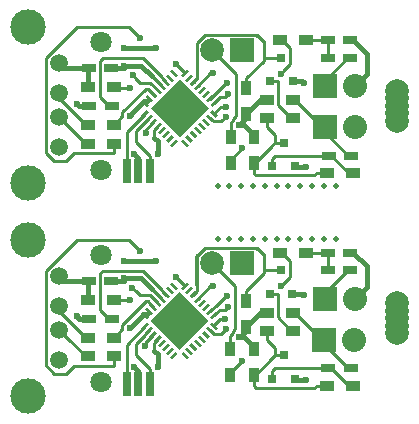
<source format=gtl>
G04 #@! TF.FileFunction,Copper,L1,Top,Signal*
%FSLAX46Y46*%
G04 Gerber Fmt 4.6, Leading zero omitted, Abs format (unit mm)*
G04 Created by KiCad (PCBNEW 0.201604121231+6687~43~ubuntu15.10.1-product) date Mi 13 Apr 2016 13:49:14 CEST*
%MOMM*%
G01*
G04 APERTURE LIST*
%ADD10C,0.100000*%
%ADD11C,2.000000*%
%ADD12C,1.800000*%
%ADD13C,1.500000*%
%ADD14C,3.000000*%
%ADD15R,0.698500X1.998980*%
%ADD16R,1.200000X0.900000*%
%ADD17R,0.900000X1.200000*%
%ADD18R,0.800100X0.800100*%
%ADD19R,2.032000X2.032000*%
%ADD20O,2.032000X2.032000*%
%ADD21R,2.000000X2.000000*%
%ADD22R,1.200000X0.750000*%
%ADD23C,0.500000*%
%ADD24C,0.600000*%
%ADD25C,0.249800*%
%ADD26C,0.450000*%
%ADD27C,0.250000*%
G04 APERTURE END LIST*
D10*
D11*
X163392800Y-109108800D03*
X163392800Y-111648800D03*
X163392800Y-109743800D03*
X163392800Y-111013800D03*
X163392800Y-110378800D03*
D12*
X138292800Y-105008800D03*
X138292800Y-115808800D03*
D13*
X134792800Y-113920800D03*
X134792800Y-111380800D03*
X134792800Y-109348800D03*
X134792800Y-106808800D03*
D14*
X132125800Y-116968800D03*
X132125800Y-103760800D03*
D15*
X140494380Y-115908840D03*
X141492600Y-115908840D03*
X142493360Y-115908840D03*
D16*
X154592800Y-109908800D03*
X152392800Y-109908800D03*
X157492800Y-116108800D03*
X159692800Y-116108800D03*
D17*
X151292800Y-115208800D03*
X151292800Y-113008800D03*
D16*
X154592800Y-111408800D03*
X152392800Y-111408800D03*
D17*
X150592800Y-108908800D03*
X150592800Y-111108800D03*
D16*
X155692800Y-104808800D03*
X153492800Y-104808800D03*
X139392800Y-108808800D03*
X137192800Y-108808800D03*
X139392800Y-112008800D03*
X137192800Y-112008800D03*
X139392800Y-113608800D03*
X137192800Y-113608800D03*
D17*
X149292800Y-113008800D03*
X149292800Y-115208800D03*
D18*
X152842800Y-115509560D03*
X154742800Y-115509560D03*
X153792800Y-113510580D03*
X152642800Y-108309560D03*
X154542800Y-108309560D03*
X153592800Y-106310580D03*
D19*
X157252800Y-112208800D03*
D20*
X159792800Y-112208800D03*
D19*
X157292800Y-108708800D03*
D20*
X159832800Y-108708800D03*
D10*
G36*
X141899208Y-111384495D02*
X141722431Y-111207718D01*
X142217406Y-110712743D01*
X142394183Y-110889520D01*
X141899208Y-111384495D01*
X141899208Y-111384495D01*
G37*
G36*
X142252761Y-111738049D02*
X142075984Y-111561272D01*
X142570959Y-111066297D01*
X142747736Y-111243074D01*
X142252761Y-111738049D01*
X142252761Y-111738049D01*
G37*
G36*
X142606315Y-112091602D02*
X142429538Y-111914825D01*
X142924513Y-111419850D01*
X143101290Y-111596627D01*
X142606315Y-112091602D01*
X142606315Y-112091602D01*
G37*
G36*
X142959868Y-112445156D02*
X142783091Y-112268379D01*
X143278066Y-111773404D01*
X143454843Y-111950181D01*
X142959868Y-112445156D01*
X142959868Y-112445156D01*
G37*
G36*
X143313421Y-112798709D02*
X143136644Y-112621932D01*
X143631619Y-112126957D01*
X143808396Y-112303734D01*
X143313421Y-112798709D01*
X143313421Y-112798709D01*
G37*
G36*
X143666975Y-113152262D02*
X143490198Y-112975485D01*
X143985173Y-112480510D01*
X144161950Y-112657287D01*
X143666975Y-113152262D01*
X143666975Y-113152262D01*
G37*
G36*
X144020528Y-113505816D02*
X143843751Y-113329039D01*
X144338726Y-112834064D01*
X144515503Y-113010841D01*
X144020528Y-113505816D01*
X144020528Y-113505816D01*
G37*
G36*
X144374082Y-113859369D02*
X144197305Y-113682592D01*
X144692280Y-113187617D01*
X144869057Y-113364394D01*
X144374082Y-113859369D01*
X144374082Y-113859369D01*
G37*
G36*
X145788295Y-113682592D02*
X145611518Y-113859369D01*
X145116543Y-113364394D01*
X145293320Y-113187617D01*
X145788295Y-113682592D01*
X145788295Y-113682592D01*
G37*
G36*
X146141849Y-113329039D02*
X145965072Y-113505816D01*
X145470097Y-113010841D01*
X145646874Y-112834064D01*
X146141849Y-113329039D01*
X146141849Y-113329039D01*
G37*
G36*
X146495402Y-112975485D02*
X146318625Y-113152262D01*
X145823650Y-112657287D01*
X146000427Y-112480510D01*
X146495402Y-112975485D01*
X146495402Y-112975485D01*
G37*
G36*
X146848956Y-112621932D02*
X146672179Y-112798709D01*
X146177204Y-112303734D01*
X146353981Y-112126957D01*
X146848956Y-112621932D01*
X146848956Y-112621932D01*
G37*
G36*
X147202509Y-112268379D02*
X147025732Y-112445156D01*
X146530757Y-111950181D01*
X146707534Y-111773404D01*
X147202509Y-112268379D01*
X147202509Y-112268379D01*
G37*
G36*
X147556062Y-111914825D02*
X147379285Y-112091602D01*
X146884310Y-111596627D01*
X147061087Y-111419850D01*
X147556062Y-111914825D01*
X147556062Y-111914825D01*
G37*
G36*
X147909616Y-111561272D02*
X147732839Y-111738049D01*
X147237864Y-111243074D01*
X147414641Y-111066297D01*
X147909616Y-111561272D01*
X147909616Y-111561272D01*
G37*
G36*
X148263169Y-111207718D02*
X148086392Y-111384495D01*
X147591417Y-110889520D01*
X147768194Y-110712743D01*
X148263169Y-111207718D01*
X148263169Y-111207718D01*
G37*
G36*
X147768194Y-110465257D02*
X147591417Y-110288480D01*
X148086392Y-109793505D01*
X148263169Y-109970282D01*
X147768194Y-110465257D01*
X147768194Y-110465257D01*
G37*
G36*
X147414641Y-110111703D02*
X147237864Y-109934926D01*
X147732839Y-109439951D01*
X147909616Y-109616728D01*
X147414641Y-110111703D01*
X147414641Y-110111703D01*
G37*
G36*
X147061087Y-109758150D02*
X146884310Y-109581373D01*
X147379285Y-109086398D01*
X147556062Y-109263175D01*
X147061087Y-109758150D01*
X147061087Y-109758150D01*
G37*
G36*
X146707534Y-109404596D02*
X146530757Y-109227819D01*
X147025732Y-108732844D01*
X147202509Y-108909621D01*
X146707534Y-109404596D01*
X146707534Y-109404596D01*
G37*
G36*
X146353981Y-109051043D02*
X146177204Y-108874266D01*
X146672179Y-108379291D01*
X146848956Y-108556068D01*
X146353981Y-109051043D01*
X146353981Y-109051043D01*
G37*
G36*
X146000427Y-108697490D02*
X145823650Y-108520713D01*
X146318625Y-108025738D01*
X146495402Y-108202515D01*
X146000427Y-108697490D01*
X146000427Y-108697490D01*
G37*
G36*
X145646874Y-108343936D02*
X145470097Y-108167159D01*
X145965072Y-107672184D01*
X146141849Y-107848961D01*
X145646874Y-108343936D01*
X145646874Y-108343936D01*
G37*
G36*
X145293320Y-107990383D02*
X145116543Y-107813606D01*
X145611518Y-107318631D01*
X145788295Y-107495408D01*
X145293320Y-107990383D01*
X145293320Y-107990383D01*
G37*
G36*
X144869057Y-107813606D02*
X144692280Y-107990383D01*
X144197305Y-107495408D01*
X144374082Y-107318631D01*
X144869057Y-107813606D01*
X144869057Y-107813606D01*
G37*
G36*
X144515503Y-108167159D02*
X144338726Y-108343936D01*
X143843751Y-107848961D01*
X144020528Y-107672184D01*
X144515503Y-108167159D01*
X144515503Y-108167159D01*
G37*
G36*
X144161950Y-108520713D02*
X143985173Y-108697490D01*
X143490198Y-108202515D01*
X143666975Y-108025738D01*
X144161950Y-108520713D01*
X144161950Y-108520713D01*
G37*
G36*
X143808396Y-108874266D02*
X143631619Y-109051043D01*
X143136644Y-108556068D01*
X143313421Y-108379291D01*
X143808396Y-108874266D01*
X143808396Y-108874266D01*
G37*
G36*
X143454843Y-109227819D02*
X143278066Y-109404596D01*
X142783091Y-108909621D01*
X142959868Y-108732844D01*
X143454843Y-109227819D01*
X143454843Y-109227819D01*
G37*
G36*
X143101290Y-109581373D02*
X142924513Y-109758150D01*
X142429538Y-109263175D01*
X142606315Y-109086398D01*
X143101290Y-109581373D01*
X143101290Y-109581373D01*
G37*
G36*
X142747736Y-109934926D02*
X142570959Y-110111703D01*
X142075984Y-109616728D01*
X142252761Y-109439951D01*
X142747736Y-109934926D01*
X142747736Y-109934926D01*
G37*
G36*
X142394183Y-110288480D02*
X142217406Y-110465257D01*
X141722431Y-109970282D01*
X141899208Y-109793505D01*
X142394183Y-110288480D01*
X142394183Y-110288480D01*
G37*
G36*
X146212559Y-111808759D02*
X144992800Y-110589000D01*
X146212559Y-109369241D01*
X147432318Y-110589000D01*
X146212559Y-111808759D01*
X146212559Y-111808759D01*
G37*
G36*
X144992800Y-110589000D02*
X143773041Y-109369241D01*
X144992800Y-108149482D01*
X146212559Y-109369241D01*
X144992800Y-110589000D01*
X144992800Y-110589000D01*
G37*
G36*
X144992800Y-113028518D02*
X143773041Y-111808759D01*
X144992800Y-110589000D01*
X146212559Y-111808759D01*
X144992800Y-113028518D01*
X144992800Y-113028518D01*
G37*
G36*
X143773041Y-111808759D02*
X142553282Y-110589000D01*
X143773041Y-109369241D01*
X144992800Y-110589000D01*
X143773041Y-111808759D01*
X143773041Y-111808759D01*
G37*
D21*
X150292800Y-105708800D03*
D11*
X147752800Y-105708800D03*
D22*
X157592800Y-114608800D03*
X159492800Y-114608800D03*
X159442800Y-106308800D03*
X157542800Y-106308800D03*
X159442800Y-104808800D03*
X157542800Y-104808800D03*
X137342800Y-110408800D03*
X139242800Y-110408800D03*
X137292800Y-107208800D03*
X139192800Y-107208800D03*
X137300000Y-89200000D03*
X139200000Y-89200000D03*
X137350000Y-92400000D03*
X139250000Y-92400000D03*
X159450000Y-86800000D03*
X157550000Y-86800000D03*
X159450000Y-88300000D03*
X157550000Y-88300000D03*
X157600000Y-96600000D03*
X159500000Y-96600000D03*
D21*
X150300000Y-87700000D03*
D11*
X147760000Y-87700000D03*
D10*
G36*
X141906408Y-93375695D02*
X141729631Y-93198918D01*
X142224606Y-92703943D01*
X142401383Y-92880720D01*
X141906408Y-93375695D01*
X141906408Y-93375695D01*
G37*
G36*
X142259961Y-93729249D02*
X142083184Y-93552472D01*
X142578159Y-93057497D01*
X142754936Y-93234274D01*
X142259961Y-93729249D01*
X142259961Y-93729249D01*
G37*
G36*
X142613515Y-94082802D02*
X142436738Y-93906025D01*
X142931713Y-93411050D01*
X143108490Y-93587827D01*
X142613515Y-94082802D01*
X142613515Y-94082802D01*
G37*
G36*
X142967068Y-94436356D02*
X142790291Y-94259579D01*
X143285266Y-93764604D01*
X143462043Y-93941381D01*
X142967068Y-94436356D01*
X142967068Y-94436356D01*
G37*
G36*
X143320621Y-94789909D02*
X143143844Y-94613132D01*
X143638819Y-94118157D01*
X143815596Y-94294934D01*
X143320621Y-94789909D01*
X143320621Y-94789909D01*
G37*
G36*
X143674175Y-95143462D02*
X143497398Y-94966685D01*
X143992373Y-94471710D01*
X144169150Y-94648487D01*
X143674175Y-95143462D01*
X143674175Y-95143462D01*
G37*
G36*
X144027728Y-95497016D02*
X143850951Y-95320239D01*
X144345926Y-94825264D01*
X144522703Y-95002041D01*
X144027728Y-95497016D01*
X144027728Y-95497016D01*
G37*
G36*
X144381282Y-95850569D02*
X144204505Y-95673792D01*
X144699480Y-95178817D01*
X144876257Y-95355594D01*
X144381282Y-95850569D01*
X144381282Y-95850569D01*
G37*
G36*
X145795495Y-95673792D02*
X145618718Y-95850569D01*
X145123743Y-95355594D01*
X145300520Y-95178817D01*
X145795495Y-95673792D01*
X145795495Y-95673792D01*
G37*
G36*
X146149049Y-95320239D02*
X145972272Y-95497016D01*
X145477297Y-95002041D01*
X145654074Y-94825264D01*
X146149049Y-95320239D01*
X146149049Y-95320239D01*
G37*
G36*
X146502602Y-94966685D02*
X146325825Y-95143462D01*
X145830850Y-94648487D01*
X146007627Y-94471710D01*
X146502602Y-94966685D01*
X146502602Y-94966685D01*
G37*
G36*
X146856156Y-94613132D02*
X146679379Y-94789909D01*
X146184404Y-94294934D01*
X146361181Y-94118157D01*
X146856156Y-94613132D01*
X146856156Y-94613132D01*
G37*
G36*
X147209709Y-94259579D02*
X147032932Y-94436356D01*
X146537957Y-93941381D01*
X146714734Y-93764604D01*
X147209709Y-94259579D01*
X147209709Y-94259579D01*
G37*
G36*
X147563262Y-93906025D02*
X147386485Y-94082802D01*
X146891510Y-93587827D01*
X147068287Y-93411050D01*
X147563262Y-93906025D01*
X147563262Y-93906025D01*
G37*
G36*
X147916816Y-93552472D02*
X147740039Y-93729249D01*
X147245064Y-93234274D01*
X147421841Y-93057497D01*
X147916816Y-93552472D01*
X147916816Y-93552472D01*
G37*
G36*
X148270369Y-93198918D02*
X148093592Y-93375695D01*
X147598617Y-92880720D01*
X147775394Y-92703943D01*
X148270369Y-93198918D01*
X148270369Y-93198918D01*
G37*
G36*
X147775394Y-92456457D02*
X147598617Y-92279680D01*
X148093592Y-91784705D01*
X148270369Y-91961482D01*
X147775394Y-92456457D01*
X147775394Y-92456457D01*
G37*
G36*
X147421841Y-92102903D02*
X147245064Y-91926126D01*
X147740039Y-91431151D01*
X147916816Y-91607928D01*
X147421841Y-92102903D01*
X147421841Y-92102903D01*
G37*
G36*
X147068287Y-91749350D02*
X146891510Y-91572573D01*
X147386485Y-91077598D01*
X147563262Y-91254375D01*
X147068287Y-91749350D01*
X147068287Y-91749350D01*
G37*
G36*
X146714734Y-91395796D02*
X146537957Y-91219019D01*
X147032932Y-90724044D01*
X147209709Y-90900821D01*
X146714734Y-91395796D01*
X146714734Y-91395796D01*
G37*
G36*
X146361181Y-91042243D02*
X146184404Y-90865466D01*
X146679379Y-90370491D01*
X146856156Y-90547268D01*
X146361181Y-91042243D01*
X146361181Y-91042243D01*
G37*
G36*
X146007627Y-90688690D02*
X145830850Y-90511913D01*
X146325825Y-90016938D01*
X146502602Y-90193715D01*
X146007627Y-90688690D01*
X146007627Y-90688690D01*
G37*
G36*
X145654074Y-90335136D02*
X145477297Y-90158359D01*
X145972272Y-89663384D01*
X146149049Y-89840161D01*
X145654074Y-90335136D01*
X145654074Y-90335136D01*
G37*
G36*
X145300520Y-89981583D02*
X145123743Y-89804806D01*
X145618718Y-89309831D01*
X145795495Y-89486608D01*
X145300520Y-89981583D01*
X145300520Y-89981583D01*
G37*
G36*
X144876257Y-89804806D02*
X144699480Y-89981583D01*
X144204505Y-89486608D01*
X144381282Y-89309831D01*
X144876257Y-89804806D01*
X144876257Y-89804806D01*
G37*
G36*
X144522703Y-90158359D02*
X144345926Y-90335136D01*
X143850951Y-89840161D01*
X144027728Y-89663384D01*
X144522703Y-90158359D01*
X144522703Y-90158359D01*
G37*
G36*
X144169150Y-90511913D02*
X143992373Y-90688690D01*
X143497398Y-90193715D01*
X143674175Y-90016938D01*
X144169150Y-90511913D01*
X144169150Y-90511913D01*
G37*
G36*
X143815596Y-90865466D02*
X143638819Y-91042243D01*
X143143844Y-90547268D01*
X143320621Y-90370491D01*
X143815596Y-90865466D01*
X143815596Y-90865466D01*
G37*
G36*
X143462043Y-91219019D02*
X143285266Y-91395796D01*
X142790291Y-90900821D01*
X142967068Y-90724044D01*
X143462043Y-91219019D01*
X143462043Y-91219019D01*
G37*
G36*
X143108490Y-91572573D02*
X142931713Y-91749350D01*
X142436738Y-91254375D01*
X142613515Y-91077598D01*
X143108490Y-91572573D01*
X143108490Y-91572573D01*
G37*
G36*
X142754936Y-91926126D02*
X142578159Y-92102903D01*
X142083184Y-91607928D01*
X142259961Y-91431151D01*
X142754936Y-91926126D01*
X142754936Y-91926126D01*
G37*
G36*
X142401383Y-92279680D02*
X142224606Y-92456457D01*
X141729631Y-91961482D01*
X141906408Y-91784705D01*
X142401383Y-92279680D01*
X142401383Y-92279680D01*
G37*
G36*
X146219759Y-93799959D02*
X145000000Y-92580200D01*
X146219759Y-91360441D01*
X147439518Y-92580200D01*
X146219759Y-93799959D01*
X146219759Y-93799959D01*
G37*
G36*
X145000000Y-92580200D02*
X143780241Y-91360441D01*
X145000000Y-90140682D01*
X146219759Y-91360441D01*
X145000000Y-92580200D01*
X145000000Y-92580200D01*
G37*
G36*
X145000000Y-95019718D02*
X143780241Y-93799959D01*
X145000000Y-92580200D01*
X146219759Y-93799959D01*
X145000000Y-95019718D01*
X145000000Y-95019718D01*
G37*
G36*
X143780241Y-93799959D02*
X142560482Y-92580200D01*
X143780241Y-91360441D01*
X145000000Y-92580200D01*
X143780241Y-93799959D01*
X143780241Y-93799959D01*
G37*
D19*
X157300000Y-90700000D03*
D20*
X159840000Y-90700000D03*
D19*
X157260000Y-94200000D03*
D20*
X159800000Y-94200000D03*
D18*
X152650000Y-90300760D03*
X154550000Y-90300760D03*
X153600000Y-88301780D03*
X152850000Y-97500760D03*
X154750000Y-97500760D03*
X153800000Y-95501780D03*
D17*
X149300000Y-95000000D03*
X149300000Y-97200000D03*
D16*
X139400000Y-95600000D03*
X137200000Y-95600000D03*
X139400000Y-94000000D03*
X137200000Y-94000000D03*
X139400000Y-90800000D03*
X137200000Y-90800000D03*
X155700000Y-86800000D03*
X153500000Y-86800000D03*
D17*
X150600000Y-90900000D03*
X150600000Y-93100000D03*
D16*
X154600000Y-93400000D03*
X152400000Y-93400000D03*
D17*
X151300000Y-97200000D03*
X151300000Y-95000000D03*
D16*
X157500000Y-98100000D03*
X159700000Y-98100000D03*
X154600000Y-91900000D03*
X152400000Y-91900000D03*
D15*
X140501580Y-97900040D03*
X141499800Y-97900040D03*
X142500560Y-97900040D03*
D13*
X134800000Y-95912000D03*
X134800000Y-93372000D03*
X134800000Y-91340000D03*
X134800000Y-88800000D03*
D14*
X132133000Y-98960000D03*
X132133000Y-85752000D03*
D23*
X148200000Y-99150000D03*
X149200000Y-99150000D03*
X150200000Y-99150000D03*
X151200000Y-99150000D03*
X152200000Y-99150000D03*
X153200000Y-99150000D03*
X154200000Y-99150000D03*
X155200000Y-99150000D03*
X156200000Y-99150000D03*
X157200000Y-99150000D03*
X158200000Y-99150000D03*
X158200000Y-103650000D03*
X157200000Y-103650000D03*
X156200000Y-103650000D03*
X155200000Y-103650000D03*
X154200000Y-103650000D03*
X153200000Y-103650000D03*
X152200000Y-103650000D03*
X151200000Y-103650000D03*
X150200000Y-103650000D03*
X149200000Y-103650000D03*
X148200000Y-103650000D03*
D12*
X138300000Y-87000000D03*
X138300000Y-97800000D03*
D11*
X163400000Y-91100000D03*
X163400000Y-93640000D03*
X163400000Y-91735000D03*
X163400000Y-93005000D03*
X163400000Y-92370000D03*
D24*
X150021214Y-111993473D03*
X143143330Y-114472402D03*
X140760124Y-111238407D03*
X140767324Y-93229607D03*
X143150530Y-96463602D03*
X150028414Y-93984673D03*
X141142800Y-114458800D03*
X155488100Y-108429500D03*
X155647900Y-115589300D03*
X136292800Y-110208800D03*
X142992800Y-105508800D03*
X140292800Y-105508800D03*
X142092800Y-112708800D03*
X140292800Y-106983810D03*
X140300000Y-88975010D03*
X142100000Y-94700000D03*
X140300000Y-87500000D03*
X143000000Y-87500000D03*
X141150000Y-96450000D03*
X136300000Y-92200000D03*
X155655100Y-97580500D03*
X155495300Y-90420700D03*
X148908218Y-111302969D03*
X148915418Y-93294169D03*
X148866943Y-110460345D03*
X148874143Y-92451545D03*
X149088400Y-109407500D03*
X149095600Y-91398700D03*
X149021600Y-108446600D03*
X150292800Y-113971300D03*
X150300000Y-95962500D03*
X149028800Y-90437800D03*
X147821600Y-107652700D03*
X153536700Y-107660800D03*
X153543900Y-89652000D03*
X147828800Y-89643900D03*
X140798700Y-108853100D03*
X144689000Y-106876000D03*
X144696200Y-88867200D03*
X140805900Y-90844300D03*
X141625000Y-104653100D03*
X140998400Y-107783820D03*
X141005600Y-89775020D03*
X141632200Y-86644300D03*
D25*
X142411900Y-109775800D02*
X142193900Y-109993800D01*
D26*
X151792800Y-109908800D02*
X150592800Y-111108800D01*
X152392800Y-109908800D02*
X151792800Y-109908800D01*
X150321213Y-111693474D02*
X150021214Y-111993473D01*
X150592800Y-111421887D02*
X150321213Y-111693474D01*
X151292800Y-113008800D02*
X151292800Y-112840795D01*
X150592800Y-111108800D02*
X150592800Y-111421887D01*
X151292800Y-112840795D02*
X150445478Y-111993473D01*
X150445478Y-111993473D02*
X150021214Y-111993473D01*
X137192800Y-107308800D02*
X137292800Y-107208800D01*
X137192800Y-108808800D02*
X137192800Y-107308800D01*
X135192800Y-107208800D02*
X134792800Y-106808800D01*
X137292800Y-107208800D02*
X135192800Y-107208800D01*
X143143330Y-114472402D02*
X143143330Y-113409330D01*
X143143330Y-113409330D02*
X142842800Y-113108800D01*
D27*
X142800770Y-112427477D02*
X143118967Y-112109280D01*
X142800770Y-113066770D02*
X142800770Y-112427477D01*
X142842800Y-113108800D02*
X142800770Y-113066770D01*
D26*
X141060123Y-110938408D02*
X140760124Y-111238407D01*
X142004731Y-109993800D02*
X141060123Y-110938408D01*
X142193900Y-109993800D02*
X142004731Y-109993800D01*
X142201100Y-91985000D02*
X142011931Y-91985000D01*
X142011931Y-91985000D02*
X141067323Y-92929608D01*
X141067323Y-92929608D02*
X140767324Y-93229607D01*
D27*
X142850000Y-95100000D02*
X142807970Y-95057970D01*
X142807970Y-95057970D02*
X142807970Y-94418677D01*
X142807970Y-94418677D02*
X143126167Y-94100480D01*
D26*
X143150530Y-95400530D02*
X142850000Y-95100000D01*
X143150530Y-96463602D02*
X143150530Y-95400530D01*
X137300000Y-89200000D02*
X135200000Y-89200000D01*
X135200000Y-89200000D02*
X134800000Y-88800000D01*
X137200000Y-90800000D02*
X137200000Y-89300000D01*
X137200000Y-89300000D02*
X137300000Y-89200000D01*
X150452678Y-93984673D02*
X150028414Y-93984673D01*
X151300000Y-94831995D02*
X150452678Y-93984673D01*
X150600000Y-93100000D02*
X150600000Y-93413087D01*
X151300000Y-95000000D02*
X151300000Y-94831995D01*
X150600000Y-93413087D02*
X150328413Y-93684674D01*
X150328413Y-93684674D02*
X150028414Y-93984673D01*
X152400000Y-91900000D02*
X151800000Y-91900000D01*
X151800000Y-91900000D02*
X150600000Y-93100000D01*
D25*
X142419100Y-91767000D02*
X142201100Y-91985000D01*
D26*
X141492600Y-114808600D02*
X141142800Y-114458800D01*
X141492600Y-115908840D02*
X141492600Y-114808600D01*
D25*
X143472500Y-108715200D02*
X142995100Y-108237700D01*
X142622100Y-107864700D02*
X142995100Y-108237700D01*
D26*
X155488100Y-108429500D02*
X155368200Y-108309600D01*
X154542800Y-108309600D02*
X155368200Y-108309600D01*
X160848799Y-107692801D02*
X159832800Y-108708800D01*
X160848799Y-105989799D02*
X160848799Y-107692801D01*
X159667800Y-104808800D02*
X160848799Y-105989799D01*
X159442800Y-104808800D02*
X159667800Y-104808800D01*
X154822540Y-115589300D02*
X154742800Y-115509560D01*
X155647900Y-115589300D02*
X154822540Y-115589300D01*
X136492800Y-110408800D02*
X136292800Y-110208800D01*
X137342800Y-110408800D02*
X136492800Y-110408800D01*
X142992800Y-105508800D02*
X142568536Y-105508800D01*
X142568536Y-105508800D02*
X140292800Y-105508800D01*
D27*
X142765414Y-111755726D02*
X142092800Y-112428340D01*
X142092800Y-112428340D02*
X142092800Y-112708800D01*
D26*
X142622100Y-107864700D02*
X141741210Y-106983810D01*
X140292800Y-107158800D02*
X140292800Y-106983810D01*
X141741210Y-106983810D02*
X140717064Y-106983810D01*
X140717064Y-106983810D02*
X140292800Y-106983810D01*
X139192800Y-107208800D02*
X140242800Y-107208800D01*
X140242800Y-107208800D02*
X140292800Y-107158800D01*
X140250000Y-89200000D02*
X140300000Y-89150000D01*
X139200000Y-89200000D02*
X140250000Y-89200000D01*
X140724264Y-88975010D02*
X140300000Y-88975010D01*
X141748410Y-88975010D02*
X140724264Y-88975010D01*
X140300000Y-89150000D02*
X140300000Y-88975010D01*
X142629300Y-89855900D02*
X141748410Y-88975010D01*
D27*
X142100000Y-94419540D02*
X142100000Y-94700000D01*
X142772614Y-93746926D02*
X142100000Y-94419540D01*
D26*
X142575736Y-87500000D02*
X140300000Y-87500000D01*
X143000000Y-87500000D02*
X142575736Y-87500000D01*
X141499800Y-97900040D02*
X141499800Y-96799800D01*
X141499800Y-96799800D02*
X141150000Y-96450000D01*
X137350000Y-92400000D02*
X136500000Y-92400000D01*
X136500000Y-92400000D02*
X136300000Y-92200000D01*
X155655100Y-97580500D02*
X154829740Y-97580500D01*
X154829740Y-97580500D02*
X154750000Y-97500760D01*
X159450000Y-86800000D02*
X159675000Y-86800000D01*
X159675000Y-86800000D02*
X160855999Y-87980999D01*
X160855999Y-87980999D02*
X160855999Y-89684001D01*
X160855999Y-89684001D02*
X159840000Y-90700000D01*
X154550000Y-90300800D02*
X155375400Y-90300800D01*
X155495300Y-90420700D02*
X155375400Y-90300800D01*
D25*
X142629300Y-89855900D02*
X143002300Y-90228900D01*
X143479700Y-90706400D02*
X143002300Y-90228900D01*
D27*
X143507877Y-108043417D02*
X143826074Y-108361614D01*
X143507877Y-107972645D02*
X143507877Y-108043417D01*
X138267799Y-106573799D02*
X138482798Y-106358800D01*
X139242800Y-110408800D02*
X139017800Y-110408800D01*
X141894032Y-106358800D02*
X143507877Y-107972645D01*
X138482798Y-106358800D02*
X141894032Y-106358800D01*
X138267799Y-109658799D02*
X138267799Y-106573799D01*
X139017800Y-110408800D02*
X138267799Y-109658799D01*
X139025000Y-92400000D02*
X138274999Y-91649999D01*
X138274999Y-91649999D02*
X138274999Y-88564999D01*
X138489998Y-88350000D02*
X141901232Y-88350000D01*
X141901232Y-88350000D02*
X143515077Y-89963845D01*
X139250000Y-92400000D02*
X139025000Y-92400000D01*
X138274999Y-88564999D02*
X138489998Y-88350000D01*
X143515077Y-89963845D02*
X143515077Y-90034617D01*
X143515077Y-90034617D02*
X143833274Y-90352814D01*
X157542800Y-106308800D02*
X157542800Y-104808800D01*
X155692800Y-104808800D02*
X157542800Y-104808800D01*
X155700000Y-86800000D02*
X157550000Y-86800000D01*
X157550000Y-88300000D02*
X157550000Y-86800000D01*
X159217800Y-106308800D02*
X159442800Y-106308800D01*
X157292800Y-108233800D02*
X159217800Y-106308800D01*
X157292800Y-108708800D02*
X157292800Y-108233800D01*
X157300000Y-90700000D02*
X157300000Y-90225000D01*
X157300000Y-90225000D02*
X159225000Y-88300000D01*
X159225000Y-88300000D02*
X159450000Y-88300000D01*
X156742800Y-114608800D02*
X157592800Y-114608800D01*
X153093510Y-114608800D02*
X156742800Y-114608800D01*
X152842800Y-114859510D02*
X153093510Y-114608800D01*
X152842800Y-115509560D02*
X152842800Y-114859510D01*
X157817800Y-114608800D02*
X157592800Y-114608800D01*
X159317800Y-116108800D02*
X157817800Y-114608800D01*
X159692800Y-116108800D02*
X159317800Y-116108800D01*
X159700000Y-98100000D02*
X159325000Y-98100000D01*
X159325000Y-98100000D02*
X157825000Y-96600000D01*
X157825000Y-96600000D02*
X157600000Y-96600000D01*
X152850000Y-97500760D02*
X152850000Y-96850710D01*
X152850000Y-96850710D02*
X153100710Y-96600000D01*
X153100710Y-96600000D02*
X156750000Y-96600000D01*
X156750000Y-96600000D02*
X157600000Y-96600000D01*
X157252800Y-112208800D02*
X157252800Y-111728000D01*
X157717800Y-112208800D02*
X157252800Y-112208800D01*
X157252800Y-111718800D02*
X157252800Y-112208800D01*
X159442800Y-114608800D02*
X159492800Y-114608800D01*
X154742800Y-109908800D02*
X154592800Y-109908800D01*
X157042800Y-112208800D02*
X154742800Y-109908800D01*
X157252800Y-112208800D02*
X157042800Y-112208800D01*
X157252800Y-112593800D02*
X157252800Y-112208800D01*
X159267800Y-114608800D02*
X157252800Y-112593800D01*
X159492800Y-114608800D02*
X159267800Y-114608800D01*
X159500000Y-96600000D02*
X159275000Y-96600000D01*
X159275000Y-96600000D02*
X157260000Y-94585000D01*
X157260000Y-94585000D02*
X157260000Y-94200000D01*
X157260000Y-94200000D02*
X157050000Y-94200000D01*
X157050000Y-94200000D02*
X154750000Y-91900000D01*
X154750000Y-91900000D02*
X154600000Y-91900000D01*
X159450000Y-96600000D02*
X159500000Y-96600000D01*
X157260000Y-93710000D02*
X157260000Y-94200000D01*
X157725000Y-94200000D02*
X157260000Y-94200000D01*
X157260000Y-94200000D02*
X157260000Y-93719200D01*
X148752799Y-106708799D02*
X147752800Y-105708800D01*
X149292800Y-111843391D02*
X149533220Y-111602971D01*
X149533220Y-111602971D02*
X149533220Y-111471840D01*
X149533220Y-111471840D02*
X149715100Y-111289960D01*
X149292800Y-113008800D02*
X149292800Y-111843391D01*
X149715100Y-107671100D02*
X148752799Y-106708799D01*
X149715100Y-111289960D02*
X149715100Y-107671100D01*
X149722300Y-93281160D02*
X149722300Y-89662300D01*
X149722300Y-89662300D02*
X148759999Y-88699999D01*
X149300000Y-95000000D02*
X149300000Y-93834591D01*
X149540420Y-93463040D02*
X149722300Y-93281160D01*
X149540420Y-93594171D02*
X149540420Y-93463040D01*
X149300000Y-93834591D02*
X149540420Y-93594171D01*
X148759999Y-88699999D02*
X147760000Y-87700000D01*
X140494400Y-115908800D02*
X140494400Y-112612500D01*
X140494400Y-112612500D02*
X142058300Y-111048600D01*
X140501600Y-94603700D02*
X142065500Y-93039800D01*
X140501600Y-97900000D02*
X140501600Y-94603700D01*
X142411900Y-111402200D02*
X141934300Y-111879800D01*
X141292800Y-112521300D02*
X141934300Y-111879800D01*
X141292800Y-113458790D02*
X141292800Y-112521300D01*
X142493360Y-114659350D02*
X141292800Y-113458790D01*
X142493360Y-115908840D02*
X142493360Y-114659350D01*
X142500560Y-97900040D02*
X142500560Y-96650550D01*
X142500560Y-96650550D02*
X141300000Y-95449990D01*
X141300000Y-95449990D02*
X141300000Y-94512500D01*
X141300000Y-94512500D02*
X141941500Y-93871000D01*
X142419100Y-93393400D02*
X141941500Y-93871000D01*
X148608219Y-111602968D02*
X148908218Y-111302969D01*
X148490817Y-111720370D02*
X148608219Y-111602968D01*
X147891937Y-111720370D02*
X148490817Y-111720370D01*
X147573740Y-111402173D02*
X147891937Y-111720370D01*
X147580940Y-93393373D02*
X147899137Y-93711570D01*
X147899137Y-93711570D02*
X148498017Y-93711570D01*
X148498017Y-93711570D02*
X148615419Y-93594168D01*
X148615419Y-93594168D02*
X148915418Y-93294169D01*
X147927300Y-111048600D02*
X147927300Y-110975724D01*
X147927300Y-110975724D02*
X148442679Y-110460345D01*
X148442679Y-110460345D02*
X148866943Y-110460345D01*
X148449879Y-92451545D02*
X148874143Y-92451545D01*
X147934500Y-92966924D02*
X148449879Y-92451545D01*
X147934500Y-93039800D02*
X147934500Y-92966924D01*
X147927300Y-110129400D02*
X148404800Y-109651900D01*
X149088400Y-109407500D02*
X148844000Y-109651900D01*
X148844000Y-109651900D02*
X148404800Y-109651900D01*
X148851200Y-91643100D02*
X148412000Y-91643100D01*
X149095600Y-91398700D02*
X148851200Y-91643100D01*
X147934500Y-92120600D02*
X148412000Y-91643100D01*
X148051300Y-109298200D02*
X148902900Y-108446600D01*
X148902900Y-108446600D02*
X149021600Y-108446600D01*
X147573700Y-109775800D02*
X148051300Y-109298200D01*
X149292800Y-114971300D02*
X150292800Y-113971300D01*
X149292800Y-115208800D02*
X149292800Y-114971300D01*
X149300000Y-97200000D02*
X149300000Y-96962500D01*
X149300000Y-96962500D02*
X150300000Y-95962500D01*
X147580900Y-91767000D02*
X148058500Y-91289400D01*
X148910100Y-90437800D02*
X149028800Y-90437800D01*
X148058500Y-91289400D02*
X148910100Y-90437800D01*
X147821600Y-107652700D02*
X147575600Y-107652700D01*
X147575600Y-107652700D02*
X146513100Y-108715200D01*
X154317851Y-106879649D02*
X153836699Y-107360801D01*
X154317851Y-105483851D02*
X154317851Y-106879649D01*
X153642800Y-104808800D02*
X154317851Y-105483851D01*
X153836699Y-107360801D02*
X153536700Y-107660800D01*
X153492800Y-104808800D02*
X153642800Y-104808800D01*
X153500000Y-86800000D02*
X153650000Y-86800000D01*
X153843899Y-89352001D02*
X153543900Y-89652000D01*
X153650000Y-86800000D02*
X154325051Y-87475051D01*
X154325051Y-87475051D02*
X154325051Y-88870849D01*
X154325051Y-88870849D02*
X153843899Y-89352001D01*
X147582800Y-89643900D02*
X146520300Y-90706400D01*
X147828800Y-89643900D02*
X147582800Y-89643900D01*
X152092800Y-106310600D02*
X152092800Y-104998000D01*
X152092800Y-104998000D02*
X151478200Y-104383400D01*
X151478200Y-104383400D02*
X147139700Y-104383400D01*
X147139700Y-104383400D02*
X146411000Y-105112100D01*
X146411000Y-105112100D02*
X146411000Y-107536000D01*
X152092800Y-106310600D02*
X152867500Y-106310600D01*
X153592800Y-106310600D02*
X152867500Y-106310600D01*
X152092800Y-106558800D02*
X152092800Y-106310600D01*
X150592800Y-108058800D02*
X152092800Y-106558800D01*
X150592800Y-108908800D02*
X150592800Y-108058800D01*
X146477723Y-108043417D02*
X146159526Y-108361614D01*
X146477723Y-107725200D02*
X146477723Y-108043417D01*
X146427799Y-105072799D02*
X146427799Y-107675276D01*
X147116799Y-104383799D02*
X146427799Y-105072799D01*
X146427799Y-107675276D02*
X146477723Y-107725200D01*
X151552801Y-104383799D02*
X147116799Y-104383799D01*
X152092800Y-104923798D02*
X151552801Y-104383799D01*
X152092800Y-106310600D02*
X152092800Y-104923798D01*
X152100000Y-88301800D02*
X152100000Y-86914998D01*
X152100000Y-86914998D02*
X151560001Y-86374999D01*
X151560001Y-86374999D02*
X147123999Y-86374999D01*
X146434999Y-89666476D02*
X146484923Y-89716400D01*
X147123999Y-86374999D02*
X146434999Y-87063999D01*
X146434999Y-87063999D02*
X146434999Y-89666476D01*
X146484923Y-89716400D02*
X146484923Y-90034617D01*
X146484923Y-90034617D02*
X146166726Y-90352814D01*
X150600000Y-90900000D02*
X150600000Y-90050000D01*
X150600000Y-90050000D02*
X152100000Y-88550000D01*
X152100000Y-88550000D02*
X152100000Y-88301800D01*
X153600000Y-88301800D02*
X152874700Y-88301800D01*
X152100000Y-88301800D02*
X152874700Y-88301800D01*
X146418200Y-87103300D02*
X146418200Y-89527200D01*
X147146900Y-86374600D02*
X146418200Y-87103300D01*
X151485400Y-86374600D02*
X147146900Y-86374600D01*
X152100000Y-86989200D02*
X151485400Y-86374600D01*
X152100000Y-88301800D02*
X152100000Y-86989200D01*
X139437100Y-108853100D02*
X139392800Y-108808800D01*
X140798700Y-108853100D02*
X139437100Y-108853100D01*
X144689000Y-106891088D02*
X145452419Y-107654507D01*
X144689000Y-106876000D02*
X144689000Y-106891088D01*
X144696200Y-88867200D02*
X144696200Y-88882288D01*
X144696200Y-88882288D02*
X145459619Y-89645707D01*
X140805900Y-90844300D02*
X139444300Y-90844300D01*
X139444300Y-90844300D02*
X139400000Y-90800000D01*
X139392800Y-113608800D02*
X139392800Y-114384100D01*
X139392800Y-114384100D02*
X136029700Y-114384100D01*
X136029700Y-114384100D02*
X135354700Y-115059100D01*
X135354700Y-115059100D02*
X134386400Y-115059100D01*
X134386400Y-115059100D02*
X133695900Y-114368600D01*
X133695900Y-114368600D02*
X133695900Y-106381400D01*
X133695900Y-106381400D02*
X136329600Y-103747700D01*
X136329600Y-103747700D02*
X140719600Y-103747700D01*
X140719600Y-103747700D02*
X141625000Y-104653100D01*
X142479000Y-108428700D02*
X141643280Y-108428700D01*
X141298399Y-108083819D02*
X140998400Y-107783820D01*
X141643280Y-108428700D02*
X141298399Y-108083819D01*
X143119000Y-109068700D02*
X142479000Y-108428700D01*
X143126200Y-91059900D02*
X142486200Y-90419900D01*
X141650480Y-90419900D02*
X141305599Y-90075019D01*
X141305599Y-90075019D02*
X141005600Y-89775020D01*
X142486200Y-90419900D02*
X141650480Y-90419900D01*
X140726800Y-85738900D02*
X141632200Y-86644300D01*
X136336800Y-85738900D02*
X140726800Y-85738900D01*
X133703100Y-88372600D02*
X136336800Y-85738900D01*
X133703100Y-96359800D02*
X133703100Y-88372600D01*
X134393600Y-97050300D02*
X133703100Y-96359800D01*
X135361900Y-97050300D02*
X134393600Y-97050300D01*
X136036900Y-96375300D02*
X135361900Y-97050300D01*
X139400000Y-96375300D02*
X136036900Y-96375300D01*
X139400000Y-95600000D02*
X139400000Y-96375300D01*
X140135123Y-110938406D02*
X142128729Y-108944800D01*
X140135123Y-111266477D02*
X140135123Y-110938406D01*
X139392800Y-112008800D02*
X140135123Y-111266477D01*
X142287900Y-108944800D02*
X142765400Y-109422300D01*
X142128729Y-108944800D02*
X142287900Y-108944800D01*
X142135929Y-90936000D02*
X142295100Y-90936000D01*
X142295100Y-90936000D02*
X142772600Y-91413500D01*
X139400000Y-94000000D02*
X140142323Y-93257677D01*
X140142323Y-93257677D02*
X140142323Y-92929606D01*
X140142323Y-92929606D02*
X142135929Y-90936000D01*
X135542799Y-112130799D02*
X134792800Y-111380800D01*
X137020800Y-113608800D02*
X135542799Y-112130799D01*
X137192800Y-113608800D02*
X137020800Y-113608800D01*
X137200000Y-95600000D02*
X137028000Y-95600000D01*
X137028000Y-95600000D02*
X135549999Y-94121999D01*
X135549999Y-94121999D02*
X134800000Y-93372000D01*
X134792800Y-109758800D02*
X134792800Y-109348800D01*
X137042800Y-112008800D02*
X134792800Y-109758800D01*
X137192800Y-112008800D02*
X137042800Y-112008800D01*
X137200000Y-94000000D02*
X137050000Y-94000000D01*
X137050000Y-94000000D02*
X134800000Y-91750000D01*
X134800000Y-91750000D02*
X134800000Y-91340000D01*
X153317801Y-108334511D02*
X153292850Y-108309560D01*
X153292850Y-108309560D02*
X152642800Y-108309560D01*
X153317801Y-110283801D02*
X153317801Y-108334511D01*
X154442800Y-111408800D02*
X153317801Y-110283801D01*
X154592800Y-111408800D02*
X154442800Y-111408800D01*
X154600000Y-93400000D02*
X154450000Y-93400000D01*
X154450000Y-93400000D02*
X153325001Y-92275001D01*
X153325001Y-92275001D02*
X153325001Y-90325711D01*
X153300050Y-90300760D02*
X152650000Y-90300760D01*
X153325001Y-90325711D02*
X153300050Y-90300760D01*
X151292800Y-115317900D02*
X152840500Y-113770200D01*
X152840500Y-113770200D02*
X152840600Y-113770200D01*
X152840600Y-113770200D02*
X152840600Y-113737500D01*
X152840600Y-113737500D02*
X153067500Y-113510600D01*
X151292800Y-115208800D02*
X151292800Y-115317900D01*
X151292800Y-115671400D02*
X151292800Y-116134100D01*
X151292800Y-115671400D02*
X151292800Y-115317900D01*
X157492800Y-116108800D02*
X156567500Y-116108800D01*
X156567500Y-116108800D02*
X156417000Y-116259300D01*
X156417000Y-116259300D02*
X151418000Y-116259300D01*
X152392800Y-111408800D02*
X152392800Y-112184100D01*
X152392800Y-112184100D02*
X153067500Y-112858800D01*
X153067500Y-112858800D02*
X153067500Y-113510600D01*
X153792800Y-113510600D02*
X153067500Y-113510600D01*
X151418000Y-116259300D02*
X151292800Y-116134100D01*
X151425200Y-98250500D02*
X151300000Y-98125300D01*
X153800000Y-95501800D02*
X153074700Y-95501800D01*
X153074700Y-94850000D02*
X153074700Y-95501800D01*
X152400000Y-94175300D02*
X153074700Y-94850000D01*
X152400000Y-93400000D02*
X152400000Y-94175300D01*
X156424200Y-98250500D02*
X151425200Y-98250500D01*
X156574700Y-98100000D02*
X156424200Y-98250500D01*
X157500000Y-98100000D02*
X156574700Y-98100000D01*
X151300000Y-97662600D02*
X151300000Y-97309100D01*
X151300000Y-97662600D02*
X151300000Y-98125300D01*
X151300000Y-97200000D02*
X151300000Y-97309100D01*
X152847800Y-95728700D02*
X153074700Y-95501800D01*
X152847800Y-95761400D02*
X152847800Y-95728700D01*
X152847700Y-95761400D02*
X152847800Y-95761400D01*
X151300000Y-97309100D02*
X152847700Y-95761400D01*
M02*

</source>
